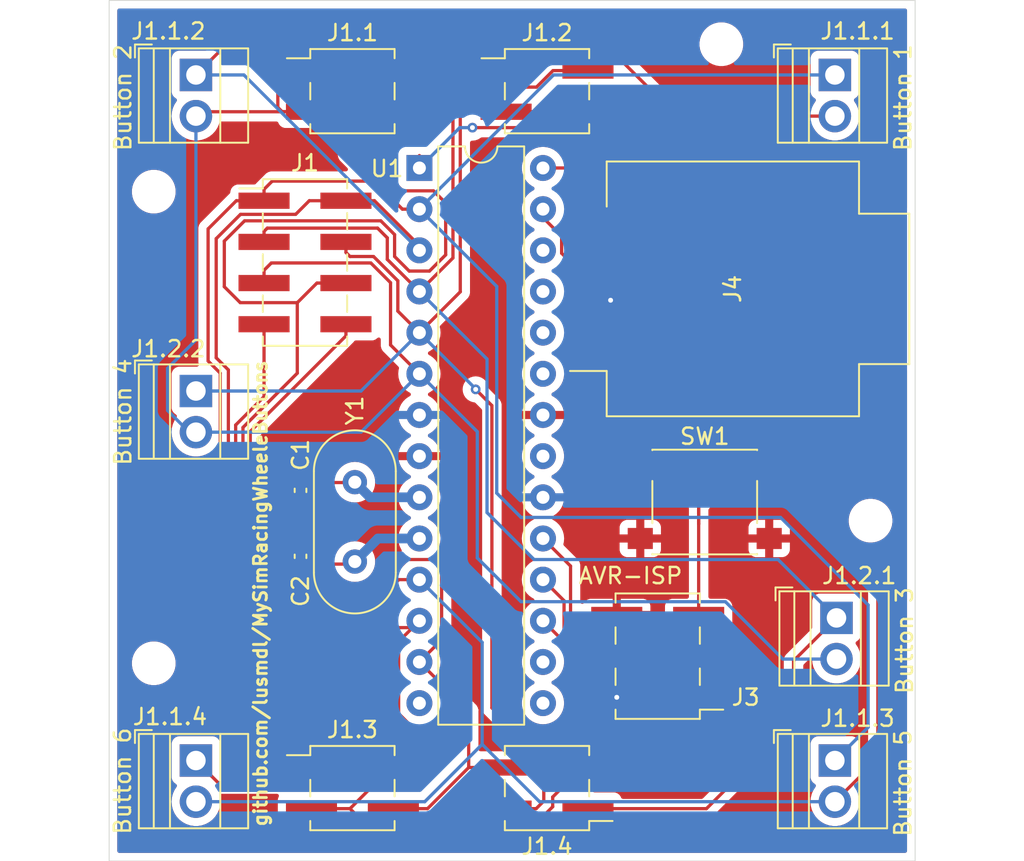
<source format=kicad_pcb>
(kicad_pcb (version 20240108) (generator "pcbnew") (generator_version "8.0")
  (layers (0 "F.Cu" signal) (31 "B.Cu" signal) (34 "B.Paste" user) (35 "F.Paste" user) (36 "B.SilkS" user "B.Silkscreen") (37 "F.SilkS" user "F.Silkscreen") (38 "B.Mask" user) (39 "F.Mask" user) (44 "Edge.Cuts" user))
  (net 0 "")
  (net 5 "+5V")
  (net 6 "/XTAL1")
  (net 7 "/XTAL2")
  (net 8 "/MOSI")
  (net 9 "/RESET")
  (net 11 "/SCK")
  (net 13 "/MISO")
  (net 16 "/L3")
  (net 17 "/L1")
  (net 18 "/L2")
  (net 19 "/R4")
  (net 20 "/R1")
  (net 21 "/R3")
  (net 22 "/R2")
  (net 23 "/L4")
  (net 24 "GND")
  (net 25 "/SDA")
  (net 26 "/SCL")
  (footprint "TerminalBlock:TerminalBlock_Xinya_XY308-2.54-2P_1x02_P2.54mm_Horizontal" (layer "F.Cu") (at 254.75 89.3 -90)
    (property "Reference" "J1.1.3" (at -2.6 -1.4 0) (layer "F.SilkS"))
    (property "Value" "Button 5" (at 1.4 -4.2 90) (layer "F.SilkS"))
    (fp_line (start -1.88 3.76) (end -1.08 3.76) (stroke (width 0.12)) (layer "F.SilkS"))
    (fp_line (start -1.64 3.52) (end 4.18 3.52) (stroke (width 0.12)) (layer "F.SilkS"))
    (fp_line (start -1.88 2.72) (end -1.88 3.76) (stroke (width 0.12)) (layer "F.SilkS"))
    (fp_line (start -1.64 2.6) (end 4.18 2.6) (stroke (width 0.12)) (layer "F.SilkS"))
    (fp_line (start -1.64 1.6) (end 4.18 1.6) (stroke (width 0.12)) (layer "F.SilkS"))
    (fp_line (start -1.64 -1.501) (end 4.18 -1.501) (stroke (width 0.12)) (layer "F.SilkS"))
    (fp_line (start -1.64 -3.22) (end -1.64 3.52) (stroke (width 0.12)) (layer "F.SilkS"))
    (fp_line (start -1.64 -3.22) (end 4.18 -3.22) (stroke (width 0.12)) (layer "F.SilkS"))
    (fp_line (start 4.18 -3.22) (end 4.18 3.52) (stroke (width 0.12)) (layer "F.SilkS"))
    (pad "1" thru_hole rect (at 0 0 270) (size 2 2) (drill 1.2) (layers "*.Cu" "*.Mask") (net 17 "/L1"))
    (pad "2" thru_hole circle (at 2.54 0 270) (size 2 2) (drill 1.2) (layers "*.Cu" "*.Mask") (net 22 "/R2"))
  )
  (footprint "TerminalBlock:TerminalBlock_Xinya_XY308-2.54-2P_1x02_P2.54mm_Horizontal" (layer "F.Cu") (at 254.75 47 -90)
    (property "Reference" "J1.1.1" (at -2.7 -1.4 0) (layer "F.SilkS"))
    (property "Value" "Button 1" (at 1.4 -4.2 90) (layer "F.SilkS"))
    (fp_line (start -1.88 3.76) (end -1.08 3.76) (stroke (width 0.12)) (layer "F.SilkS"))
    (fp_line (start -1.64 3.52) (end 4.18 3.52) (stroke (width 0.12)) (layer "F.SilkS"))
    (fp_line (start -1.88 2.72) (end -1.88 3.76) (stroke (width 0.12)) (layer "F.SilkS"))
    (fp_line (start -1.64 2.6) (end 4.18 2.6) (stroke (width 0.12)) (layer "F.SilkS"))
    (fp_line (start -1.64 1.6) (end 4.18 1.6) (stroke (width 0.12)) (layer "F.SilkS"))
    (fp_line (start -1.64 -1.501) (end 4.18 -1.501) (stroke (width 0.12)) (layer "F.SilkS"))
    (fp_line (start -1.64 -3.22) (end -1.64 3.52) (stroke (width 0.12)) (layer "F.SilkS"))
    (fp_line (start -1.64 -3.22) (end 4.18 -3.22) (stroke (width 0.12)) (layer "F.SilkS"))
    (fp_line (start 4.18 -3.22) (end 4.18 3.52) (stroke (width 0.12)) (layer "F.SilkS"))
    (pad "1" thru_hole rect (at 0 0 270) (size 2 2) (drill 1.2) (layers "*.Cu" "*.Mask") (net 17 "/L1"))
    (pad "2" thru_hole circle (at 2.54 0 270) (size 2 2) (drill 1.2) (layers "*.Cu" "*.Mask") (net 20 "/R1"))
  )
  (footprint "Connector_PinHeader_2.54mm:PinHeader_2x02_P2.54mm_Vertical_SMD" (layer "F.Cu") (at 225 91)
    (property "Reference" "J1.3" (at 0 -3.6 0) (layer "F.SilkS"))
    (property "Value" "2X2 Button Matrix C")
    (fp_line (start -4.04 -2.03) (end -2.6 -2.03) (stroke (width 0.12)) (layer "F.SilkS"))
    (fp_line (start -2.6 -2.6) (end -2.6 -2.03) (stroke (width 0.12)) (layer "F.SilkS"))
    (fp_line (start -2.6 -2.6) (end 2.6 -2.6) (stroke (width 0.12)) (layer "F.SilkS"))
    (fp_line (start -2.6 -0.51) (end -2.6 0.51) (stroke (width 0.12)) (layer "F.SilkS"))
    (fp_line (start -2.6 2.03) (end -2.6 2.6) (stroke (width 0.12)) (layer "F.SilkS"))
    (fp_line (start -2.6 2.6) (end 2.6 2.6) (stroke (width 0.12)) (layer "F.SilkS"))
    (fp_line (start 2.6 -2.6) (end 2.6 -2.03) (stroke (width 0.12)) (layer "F.SilkS"))
    (fp_line (start 2.6 -0.51) (end 2.6 0.51) (stroke (width 0.12)) (layer "F.SilkS"))
    (fp_line (start 2.6 2.03) (end 2.6 2.6) (stroke (width 0.12)) (layer "F.SilkS"))
    (pad "1" smd rect (at -2.525 -1.27) (size 3.15 1) (layers "F.Cu" "F.Paste" "F.Mask") (net 17 "/L1"))
    (pad "2" smd rect (at 2.525 -1.27) (size 3.15 1) (layers "F.Cu" "F.Paste" "F.Mask") (net 18 "/L2"))
    (pad "3" smd rect (at -2.525 1.27) (size 3.15 1) (layers "F.Cu" "F.Paste" "F.Mask") (net 21 "/R3"))
    (pad "4" smd rect (at 2.525 1.27) (size 3.15 1) (layers "F.Cu" "F.Paste" "F.Mask") (net 19 "/R4"))
  )
  (footprint "Capacitor_SMD:C_0402_1005Metric" (layer "F.Cu") (at 221.8 76.7 90)
    (property "Reference" "C2" (at -2.15 0 90) (layer "F.SilkS"))
    (property "Value" "12..22")
    (fp_line (start -0.107836 -0.36) (end 0.107836 -0.36) (stroke (width 0.12)) (layer "F.SilkS"))
    (fp_line (start -0.107836 0.36) (end 0.107836 0.36) (stroke (width 0.12)) (layer "F.SilkS"))
    (pad "1" smd roundrect (at -0.48 0 90) (size 0.56 0.62) (layers "F.Cu" "F.Paste" "F.Mask") (net 7 "/XTAL2"))
    (pad "2" smd roundrect (at 0.48 0 90) (size 0.56 0.62) (layers "F.Cu" "F.Paste" "F.Mask") (net 24 "GND"))
  )
  (footprint "MountingHole:MountingHole_2.2mm_M2" (layer "F.Cu") (at 256.95 74.5)
    (property "Reference" "REF**" (hide yes))
    (property "Value" "MountingHole_2.2mm_M2")
    (pad "" np_thru_hole circle (at 0 0) (size 2.2 2.2) (drill 2.2) (layers "*.Cu" "*.Mask"))
  )
  (footprint "MountingHole:MountingHole_2.2mm_M2" (layer "F.Cu") (at 212.75 54.2)
    (property "Reference" "REF**" (hide yes))
    (property "Value" "MountingHole_2.2mm_M2")
    (pad "" np_thru_hole circle (at 0 0) (size 2.2 2.2) (drill 2.2) (layers "*.Cu" "*.Mask"))
  )
  (footprint "MountingHole:MountingHole_2.2mm_M2" (layer "F.Cu") (at 212.75 83.3)
    (property "Reference" "REF**" (hide yes))
    (property "Value" "MountingHole_2.2mm_M2")
    (pad "" np_thru_hole circle (at 0 0) (size 2.2 2.2) (drill 2.2) (layers "*.Cu" "*.Mask"))
  )
  (footprint "TerminalBlock:TerminalBlock_Xinya_XY308-2.54-2P_1x02_P2.54mm_Horizontal" (layer "F.Cu") (at 215.35 47 -90)
    (property "Reference" "J1.1.2" (at -2.7 1.7 0) (layer "F.SilkS"))
    (property "Value" "Button 2" (at 1.4 4.5 90) (layer "F.SilkS"))
    (fp_line (start -1.88 3.76) (end -1.08 3.76) (stroke (width 0.12)) (layer "F.SilkS"))
    (fp_line (start -1.64 3.52) (end 4.18 3.52) (stroke (width 0.12)) (layer "F.SilkS"))
    (fp_line (start -1.88 2.72) (end -1.88 3.76) (stroke (width 0.12)) (layer "F.SilkS"))
    (fp_line (start -1.64 2.6) (end 4.18 2.6) (stroke (width 0.12)) (layer "F.SilkS"))
    (fp_line (start -1.64 1.6) (end 4.18 1.6) (stroke (width 0.12)) (layer "F.SilkS"))
    (fp_line (start -1.64 -1.501) (end 4.18 -1.501) (stroke (width 0.12)) (layer "F.SilkS"))
    (fp_line (start -1.64 -3.22) (end -1.64 3.52) (stroke (width 0.12)) (layer "F.SilkS"))
    (fp_line (start -1.64 -3.22) (end 4.18 -3.22) (stroke (width 0.12)) (layer "F.SilkS"))
    (fp_line (start 4.18 -3.22) (end 4.18 3.52) (stroke (width 0.12)) (layer "F.SilkS"))
    (pad "1" thru_hole rect (at 0 0 270) (size 2 2) (drill 1.2) (layers "*.Cu" "*.Mask") (net 18 "/L2"))
    (pad "2" thru_hole circle (at 2.54 0 270) (size 2 2) (drill 1.2) (layers "*.Cu" "*.Mask") (net 20 "/R1"))
  )
  (footprint "Capacitor_SMD:C_0402_1005Metric" (layer "F.Cu") (at 221.8 72.63 -90)
    (property "Reference" "C1" (at -2.18 0 90) (layer "F.SilkS"))
    (property "Value" "12..22")
    (fp_line (start -0.107836 0.36) (end 0.107836 0.36) (stroke (width 0.12)) (layer "F.SilkS"))
    (fp_line (start -0.107836 -0.36) (end 0.107836 -0.36) (stroke (width 0.12)) (layer "F.SilkS"))
    (pad "1" smd roundrect (at -0.48 0 270) (size 0.56 0.62) (layers "F.Cu" "F.Paste" "F.Mask") (net 6 "/XTAL1"))
    (pad "2" smd roundrect (at 0.48 0 270) (size 0.56 0.62) (layers "F.Cu" "F.Paste" "F.Mask") (net 24 "GND"))
  )
  (footprint "Connector_RJ:RJ45_Molex_0855135013_Vertical" (layer "F.Cu") (at 248.76 60.2 90)
    (property "Reference" "J4" (at 0 -0.31 90) (layer "F.SilkS"))
    (property "Value" "RJ45")
    (fp_line (start 7.86 -8.08) (end 5.08 -8.08) (stroke (width 0.12)) (layer "F.SilkS"))
    (fp_line (start -5.065 -8.08) (end -5.065 -10.34) (stroke (width 0.12)) (layer "F.SilkS"))
    (fp_line (start -7.86 -8.08) (end -5.065 -8.08) (stroke (width 0.12)) (layer "F.SilkS"))
    (fp_line (start -7.86 -8.08) (end -7.86 7.48) (stroke (width 0.12)) (layer "F.SilkS"))
    (fp_line (start 7.86 7.48) (end 7.86 -8.08) (stroke (width 0.12)) (layer "F.SilkS"))
    (fp_line (start 4.64 7.48) (end 7.86 7.48) (stroke (width 0.12)) (layer "F.SilkS"))
    (fp_line (start -4.64 7.48) (end -4.64 10.58) (stroke (width 0.12)) (layer "F.SilkS"))
    (fp_line (start -7.86 7.48) (end -4.64 7.48) (stroke (width 0.12)) (layer "F.SilkS"))
    (fp_line (start 4.64 10.58) (end 4.64 7.48) (stroke (width 0.12)) (layer "F.SilkS"))
    (fp_line (start -4.64 10.58) (end 4.64 10.58) (stroke (width 0.12)) (layer "F.SilkS"))
    (pad "1" smd rect (at -4.445 -7.84 270) (size 0.76 5) (layers "F.Cu" "F.Paste" "F.Mask") (net 24 "GND"))
    (pad "2" smd rect (at -3.175 -7.84 270) (size 0.76 5) (layers "F.Cu" "F.Paste" "F.Mask") (net 24 "GND"))
    (pad "3" smd rect (at -1.905 -7.84 270) (size 0.76 5) (layers "F.Cu" "F.Paste" "F.Mask") (net 5 "+5V"))
    (pad "4" smd rect (at -0.635 -7.84 270) (size 0.76 5) (layers "F.Cu" "F.Paste" "F.Mask") (net 5 "+5V"))
    (pad "5" smd rect (at 0.635 -7.84 270) (size 0.76 5) (layers "F.Cu" "F.Paste" "F.Mask") (net 25 "/SDA"))
    (pad "6" smd rect (at 1.905 -7.84 270) (size 0.76 5) (layers "F.Cu" "F.Paste" "F.Mask") (net 25 "/SDA"))
    (pad "7" smd rect (at 3.175 -7.84 270) (size 0.76 5) (layers "F.Cu" "F.Paste" "F.Mask") (net 26 "/SCL"))
    (pad "8" smd rect (at 4.445 -7.84 270) (size 0.76 5) (layers "F.Cu" "F.Paste" "F.Mask") (net 26 "/SCL"))
    (pad "L" smd rect (at 0 8.09 270) (size 8.8 4.5) (layers "F.Cu" "F.Paste" "F.Mask"))
  )
  (footprint "TerminalBlock:TerminalBlock_Xinya_XY308-2.54-2P_1x02_P2.54mm_Horizontal" (layer "F.Cu") (at 215.35 66.5 -90)
    (property "Reference" "J1.2.2" (at -2.6 1.7 0) (layer "F.SilkS"))
    (property "Value" "Button 4" (at 1.3 4.5 90) (layer "F.SilkS"))
    (fp_line (start -1.88 3.76) (end -1.08 3.76) (stroke (width 0.12)) (layer "F.SilkS"))
    (fp_line (start -1.64 3.52) (end 4.18 3.52) (stroke (width 0.12)) (layer "F.SilkS"))
    (fp_line (start -1.88 2.72) (end -1.88 3.76) (stroke (width 0.12)) (layer "F.SilkS"))
    (fp_line (start -1.64 2.6) (end 4.18 2.6) (stroke (width 0.12)) (layer "F.SilkS"))
    (fp_line (start -1.64 1.6) (end 4.18 1.6) (stroke (width 0.12)) (layer "F.SilkS"))
    (fp_line (start -1.64 -1.501) (end 4.18 -1.501) (stroke (width 0.12)) (layer "F.SilkS"))
    (fp_line (start -1.64 -3.22) (end -1.64 3.52) (stroke (width 0.12)) (layer "F.SilkS"))
    (fp_line (start -1.64 -3.22) (end 4.18 -3.22) (stroke (width 0.12)) (layer "F.SilkS"))
    (fp_line (start 4.18 -3.22) (end 4.18 3.52) (stroke (width 0.12)) (layer "F.SilkS"))
    (pad "1" thru_hole rect (at 0 0 270) (size 2 2) (drill 1.2) (layers "*.Cu" "*.Mask") (net 23 "/L4"))
    (pad "2" thru_hole circle (at 2.54 0 270) (size 2 2) (drill 1.2) (layers "*.Cu" "*.Mask") (net 20 "/R1"))
  )
  (footprint "Package_DIP:DIP-28_W7.62mm" (layer "F.Cu") (at 229.13 52.74)
    (property "Reference" "U1" (at -2 0.04 0) (layer "F.SilkS"))
    (property "Value" "ATmega328P-P")
    (fp_line (start 1.16 -1.33) (end 1.16 34.35) (stroke (width 0.12)) (layer "F.SilkS"))
    (fp_line (start 1.16 34.35) (end 6.46 34.35) (stroke (width 0.12)) (layer "F.SilkS"))
    (fp_line (start 2.81 -1.33) (end 1.16 -1.33) (stroke (width 0.12)) (layer "F.SilkS"))
    (fp_line (start 6.46 -1.33) (end 4.81 -1.33) (stroke (width 0.12)) (layer "F.SilkS"))
    (fp_line (start 6.46 34.35) (end 6.46 -1.33) (stroke (width 0.12)) (layer "F.SilkS"))
    (fp_arc (start 4.81 -1.33) (mid 3.81 -0.33) (end 2.81 -1.33) (stroke (width 0.12)) (layer "F.SilkS"))
    (pad "1" thru_hole rect (at 0 0) (size 1.6 1.6) (drill 0.8) (layers "*.Cu" "*.Mask") (net 9 "/RESET"))
    (pad "2" thru_hole oval (at 0 2.54) (size 1.6 1.6) (drill 0.8) (layers "*.Cu" "*.Mask") (net 17 "/L1"))
    (pad "3" thru_hole oval (at 0 5.08) (size 1.6 1.6) (drill 0.8) (layers "*.Cu" "*.Mask") (net 18 "/L2"))
    (pad "4" thru_hole oval (at 0 7.62) (size 1.6 1.6) (drill 0.8) (layers "*.Cu" "*.Mask") (net 16 "/L3"))
    (pad "5" thru_hole oval (at 0 10.16) (size 1.6 1.6) (drill 0.8) (layers "*.Cu" "*.Mask") (net 23 "/L4"))
    (pad "6" thru_hole oval (at 0 12.7) (size 1.6 1.6) (drill 0.8) (layers "*.Cu" "*.Mask") (net 20 "/R1"))
    (pad "7" thru_hole oval (at 0 15.24) (size 1.6 1.6) (drill 0.8) (layers "*.Cu" "*.Mask") (net 5 "+5V"))
    (pad "8" thru_hole oval (at 0 17.78) (size 1.6 1.6) (drill 0.8) (layers "*.Cu" "*.Mask") (net 24 "GND"))
    (pad "9" thru_hole oval (at 0 20.32) (size 1.6 1.6) (drill 0.8) (layers "*.Cu" "*.Mask") (net 6 "/XTAL1"))
    (pad "10" thru_hole oval (at 0 22.86) (size 1.6 1.6) (drill 0.8) (layers "*.Cu" "*.Mask") (net 7 "/XTAL2"))
    (pad "11" thru_hole oval (at 0 25.4) (size 1.6 1.6) (drill 0.8) (layers "*.Cu" "*.Mask") (net 22 "/R2"))
    (pad "12" thru_hole oval (at 0 27.94) (size 1.6 1.6) (drill 0.8) (layers "*.Cu" "*.Mask") (net 21 "/R3"))
    (pad "13" thru_hole oval (at 0 30.48) (size 1.6 1.6) (drill 0.8) (layers "*.Cu" "*.Mask") (net 19 "/R4"))
    (pad "14" thru_hole oval (at 0 33.02) (size 1.6 1.6) (drill 0.8) (layers "*.Cu" "*.Mask"))
    (pad "15" thru_hole oval (at 7.62 33.02) (size 1.6 1.6) (drill 0.8) (layers "*.Cu" "*.Mask"))
    (pad "16" thru_hole oval (at 7.62 30.48) (size 1.6 1.6) (drill 0.8) (layers "*.Cu" "*.Mask"))
    (pad "17" thru_hole oval (at 7.62 27.94) (size 1.6 1.6) (drill 0.8) (layers "*.Cu" "*.Mask") (net 8 "/MOSI"))
    (pad "18" thru_hole oval (at 7.62 25.4) (size 1.6 1.6) (drill 0.8) (layers "*.Cu" "*.Mask") (net 13 "/MISO"))
    (pad "19" thru_hole oval (at 7.62 22.86) (size 1.6 1.6) (drill 0.8) (layers "*.Cu" "*.Mask") (net 11 "/SCK"))
    (pad "20" thru_hole oval (at 7.62 20.32) (size 1.6 1.6) (drill 0.8) (layers "*.Cu" "*.Mask") (net 5 "+5V"))
    (pad "21" thru_hole oval (at 7.62 17.78) (size 1.6 1.6) (drill 0.8) (layers "*.Cu" "*.Mask"))
    (pad "22" thru_hole oval (at 7.62 15.24) (size 1.6 1.6) (drill 0.8) (layers "*.Cu" "*.Mask") (net 24 "GND"))
    (pad "23" thru_hole oval (at 7.62 12.7) (size 1.6 1.6) (drill 0.8) (layers "*.Cu" "*.Mask"))
    (pad "24" thru_hole oval (at 7.62 10.16) (size 1.6 1.6) (drill 0.8) (layers "*.Cu" "*.Mask"))
    (pad "25" thru_hole oval (at 7.62 7.62) (size 1.6 1.6) (drill 0.8) (layers "*.Cu" "*.Mask"))
    (pad "26" thru_hole oval (at 7.62 5.08) (size 1.6 1.6) (drill 0.8) (layers "*.Cu" "*.Mask"))
    (pad "27" thru_hole oval (at 7.62 2.54) (size 1.6 1.6) (drill 0.8) (layers "*.Cu" "*.Mask") (net 25 "/SDA"))
    (pad "28" thru_hole oval (at 7.62 0) (size 1.6 1.6) (drill 0.8) (layers "*.Cu" "*.Mask") (net 26 "/SCL"))
  )
  (footprint "Connector_PinHeader_2.54mm:PinHeader_2x03_P2.54mm_Vertical_SMD" (layer "F.Cu") (at 243.825 82.86 180)
    (property "Reference" "J3" (at -5.425 -2.54 180) (layer "F.SilkS"))
    (property "Value" "AVR-ISP" (at 1.675 4.96 180) (layer "F.SilkS"))
    (fp_line (start 2.6 3.3) (end 2.6 3.87) (stroke (width 0.12)) (layer "F.SilkS"))
    (fp_line (start 2.6 0.76) (end 2.6 1.78) (stroke (width 0.12)) (layer "F.SilkS"))
    (fp_line (start 2.6 -1.78) (end 2.6 -0.76) (stroke (width 0.12)) (layer "F.SilkS"))
    (fp_line (start 2.6 -3.87) (end 2.6 -3.3) (stroke (width 0.12)) (layer "F.SilkS"))
    (fp_line (start -2.6 3.87) (end 2.6 3.87) (stroke (width 0.12)) (layer "F.SilkS"))
    (fp_line (start -2.6 3.3) (end -2.6 3.87) (stroke (width 0.12)) (layer "F.SilkS"))
    (fp_line (start -2.6 0.76) (end -2.6 1.78) (stroke (width 0.12)) (layer "F.SilkS"))
    (fp_line (start -2.6 -1.78) (end -2.6 -0.76) (stroke (width 0.12)) (layer "F.SilkS"))
    (fp_line (start -2.6 -3.87) (end 2.6 -3.87) (stroke (width 0.12)) (layer "F.SilkS"))
    (fp_line (start -2.6 -3.87) (end -2.6 -3.3) (stroke (width 0.12)) (layer "F.SilkS"))
    (fp_line (start -4.04 -3.3) (end -2.6 -3.3) (stroke (width 0.12)) (layer "F.SilkS"))
    (pad "1" smd rect (at -2.525 -2.54 180) (size 3.15 1) (layers "F.Cu" "F.Paste" "F.Mask") (net 13 "/MISO"))
    (pad "2" smd rect (at 2.525 -2.54 180) (size 3.15 1) (layers "F.Cu" "F.Paste" "F.Mask") (net 5 "+5V"))
    (pad "3" smd rect (at -2.525 0 180) (size 3.15 1) (layers "F.Cu" "F.Paste" "F.Mask") (net 11 "/SCK"))
    (pad "4" smd rect (at 2.525 0 180) (size 3.15 1) (layers "F.Cu" "F.Paste" "F.Mask") (net 8 "/MOSI"))
    (pad "5" smd rect (at -2.525 2.54 180) (size 3.15 1) (layers "F.Cu" "F.Paste" "F.Mask") (net 9 "/RESET"))
    (pad "6" smd rect (at 2.525 2.54 180) (size 3.15 1) (layers "F.Cu" "F.Paste" "F.Mask") (net 24 "GND"))
  )
  (footprint "MountingHole:MountingHole_2.2mm_M2" (layer "F.Cu") (at 247.75 45.1)
    (property "Reference" "REF**" (hide yes))
    (property "Value" "MountingHole_2.2mm_M2")
    (pad "" np_thru_hole circle (at 0 0) (size 2.2 2.2) (drill 2.2) (layers "*.Cu" "*.Mask"))
  )
  (footprint "Connector_PinHeader_2.54mm:PinHeader_2x02_P2.54mm_Vertical_SMD" (layer "F.Cu") (at 237 48)
    (property "Reference" "J1.2" (at 0 -3.6 0) (layer "F.SilkS"))
    (property "Value" "2X2 Button Matrix B")
    (fp_line (start -4.04 -2.03) (end -2.6 -2.03) (stroke (width 0.12)) (layer "F.SilkS"))
    (fp_line (start -2.6 -2.6) (end -2.6 -2.03) (stroke (width 0.12)) (layer "F.SilkS"))
    (fp_line (start -2.6 -2.6) (end 2.6 -2.6) (stroke (width 0.12)) (layer "F.SilkS"))
    (fp_line (start -2.6 -0.51) (end -2.6 0.51) (stroke (width 0.12)) (layer "F.SilkS"))
    (fp_line (start -2.6 2.03) (end -2.6 2.6) (stroke (width 0.12)) (layer "F.SilkS"))
    (fp_line (start -2.6 2.6) (end 2.6 2.6) (stroke (width 0.12)) (layer "F.SilkS"))
    (fp_line (start 2.6 -2.6) (end 2.6 -2.03) (stroke (width 0.12)) (layer "F.SilkS"))
    (fp_line (start 2.6 -0.51) (end 2.6 0.51) (stroke (width 0.12)) (layer "F.SilkS"))
    (fp_line (start 2.6 2.03) (end 2.6 2.6) (stroke (width 0.12)) (layer "F.SilkS"))
    (pad "1" smd rect (at -2.525 -1.27) (size 3.15 1) (layers "F.Cu" "F.Paste" "F.Mask") (net 16 "/L3"))
    (pad "2" smd rect (at 2.525 -1.27) (size 3.15 1) (layers "F.Cu" "F.Paste" "F.Mask") (net 23 "/L4"))
    (pad "3" smd rect (at -2.525 1.27) (size 3.15 1) (layers "F.Cu" "F.Paste" "F.Mask") (net 20 "/R1"))
    (pad "4" smd rect (at 2.525 1.27) (size 3.15 1) (layers "F.Cu" "F.Paste" "F.Mask") (net 22 "/R2"))
  )
  (footprint "Crystal:Crystal_HC18-U_Vertical" (layer "F.Cu") (at 225.15 72.125 -90)
    (property "Reference" "Y1" (at -4.425 0 -90) (layer "F.SilkS"))
    (property "Value" "Crystal")
    (fp_line (start -0.675 2.525) (end 5.575 2.525) (stroke (width 0.12)) (layer "F.SilkS"))
    (fp_line (start -0.675 -2.525) (end 5.575 -2.525) (stroke (width 0.12)) (layer "F.SilkS"))
    (fp_arc (start -0.675 2.525) (mid -3.2 0) (end -0.675 -2.525) (stroke (width 0.12)) (layer "F.SilkS"))
    (fp_arc (start 5.575 -2.525) (mid 8.1 0) (end 5.575 2.525) (stroke (width 0.12)) (layer "F.SilkS"))
    (pad "1" thru_hole circle (at 0 0 270) (size 1.5 1.5) (drill 0.8) (layers "*.Cu" "*.Mask") (net 6 "/XTAL1"))
    (pad "2" thru_hole circle (at 4.9 0 270) (size 1.5 1.5) (drill 0.8) (layers "*.Cu" "*.Mask") (net 7 "/XTAL2"))
  )
  (footprint "TerminalBlock:TerminalBlock_Xinya_XY308-2.54-2P_1x02_P2.54mm_Horizontal" (layer "F.Cu") (at 254.85 80.5 -90)
    (property "Reference" "J1.2.1" (at -2.6 -1.4 0) (layer "F.SilkS"))
    (property "Value" "Button 3" (at 1.4 -4.2 90) (layer "F.SilkS"))
    (fp_line (start -1.88 3.76) (end -1.08 3.76) (stroke (width 0.12)) (layer "F.SilkS"))
    (fp_line (start -1.64 3.52) (end 4.18 3.52) (stroke (width 0.12)) (layer "F.SilkS"))
    (fp_line (start -1.88 2.72) (end -1.88 3.76) (stroke (width 0.12)) (layer "F.SilkS"))
    (fp_line (start -1.64 2.6) (end 4.18 2.6) (stroke (width 0.12)) (layer "F.SilkS"))
    (fp_line (start -1.64 1.6) (end 4.18 1.6) (stroke (width 0.12)) (layer "F.SilkS"))
    (fp_line (start -1.64 -1.501) (end 4.18 -1.501) (stroke (width 0.12)) (layer "F.SilkS"))
    (fp_line (start -1.64 -3.22) (end -1.64 3.52) (stroke (width 0.12)) (layer "F.SilkS"))
    (fp_line (start -1.64 -3.22) (end 4.18 -3.22) (stroke (width 0.12)) (layer "F.SilkS"))
    (fp_line (start 4.18 -3.22) (end 4.18 3.52) (stroke (width 0.12)) (layer "F.SilkS"))
    (pad "1" thru_hole rect (at 0 0 270) (size 2 2) (drill 1.2) (layers "*.Cu" "*.Mask") (net 16 "/L3"))
    (pad "2" thru_hole circle (at 2.54 0 270) (size 2 2) (drill 1.2) (layers "*.Cu" "*.Mask") (net 20 "/R1"))
  )
  (footprint "Connector_PinHeader_2.54mm:PinHeader_2x02_P2.54mm_Vertical_SMD" (layer "F.Cu") (at 237 91 180)
    (property "Reference" "J1.4" (at 0 -3.6 360) (layer "F.SilkS"))
    (property "Value" "2X2 Button Matrix D")
    (fp_line (start 2.6 2.03) (end 2.6 2.6) (stroke (width 0.12)) (layer "F.SilkS"))
    (fp_line (start 2.6 -0.51) (end 2.6 0.51) (stroke (width 0.12)) (layer "F.SilkS"))
    (fp_line (start 2.6 -2.6) (end 2.6 -2.03) (stroke (width 0.12)) (layer "F.SilkS"))
    (fp_line (start -2.6 2.6) (end 2.6 2.6) (stroke (width 0.12)) (layer "F.SilkS"))
    (fp_line (start -2.6 2.03) (end -2.6 2.6) (stroke (width 0.12)) (layer "F.SilkS"))
    (fp_line (start -2.6 -0.51) (end -2.6 0.51) (stroke (width 0.12)) (layer "F.SilkS"))
    (fp_line (start -2.6 -2.6) (end 2.6 -2.6) (stroke (width 0.12)) (layer "F.SilkS"))
    (fp_line (start -2.6 -2.6) (end -2.6 -2.03) (stroke (width 0.12)) (layer "F.SilkS"))
    (fp_line (start -4.04 -2.03) (end -2.6 -2.03) (stroke (width 0.12)) (layer "F.SilkS"))
    (pad "1" smd rect (at -2.525 -1.27 180) (size 3.15 1) (layers "F.Cu" "F.Paste" "F.Mask") (net 16 "/L3"))
    (pad "2" smd rect (at 2.525 -1.27 180) (size 3.15 1) (layers "F.Cu" "F.Paste" "F.Mask") (net 23 "/L4"))
    (pad "3" smd rect (at -2.525 1.27 180) (size 3.15 1) (layers "F.Cu" "F.Paste" "F.Mask") (net 21 "/R3"))
    (pad "4" smd rect (at 2.525 1.27 180) (size 3.15 1) (layers "F.Cu" "F.Paste" "F.Mask") (net 19 "/R4"))
  )
  (footprint "Button_Switch_SMD:SW_Push_1P1T_NO_6x6mm_H9.5mm" (layer "F.Cu") (at 246.725 73.35)
    (property "Reference" "SW1" (at 0 -4.05 0) (layer "F.SilkS"))
    (property "Value" "Reset")
    (fp_line (start -3.23 -3.23) (end 3.23 -3.23) (stroke (width 0.12)) (layer "F.SilkS"))
    (fp_line (start -3.23 -3.2) (end -3.23 -3.23) (stroke (width 0.12)) (layer "F.SilkS"))
    (fp_line (start -3.23 -1.3) (end -3.23 1.3) (stroke (width 0.12)) (layer "F.SilkS"))
    (fp_line (start -3.23 3.23) (end -3.23 3.2) (stroke (width 0.12)) (layer "F.SilkS"))
    (fp_line (start -3.23 3.23) (end 3.23 3.23) (stroke (width 0.12)) (layer "F.SilkS"))
    (fp_line (start 3.23 -3.23) (end 3.23 -3.2) (stroke (width 0.12)) (layer "F.SilkS"))
    (fp_line (start 3.23 -1.3) (end 3.23 1.3) (stroke (width 0.12)) (layer "F.SilkS"))
    (fp_line (start 3.23 3.23) (end 3.23 3.2) (stroke (width 0.12)) (layer "F.SilkS"))
    (pad "1" smd rect (at -3.975 -2.25) (size 1.55 1.3) (layers "F.Cu" "F.Paste" "F.Mask") (net 9 "/RESET"))
    (pad "1" smd rect (at 3.975 -2.25) (size 1.55 1.3) (layers "F.Cu" "F.Paste" "F.Mask") (net 9 "/RESET"))
    (pad "2" smd rect (at -3.975 2.25) (size 1.55 1.3) (layers "F.Cu" "F.Paste" "F.Mask") (net 24 "GND"))
    (pad "2" smd rect (at 3.975 2.25) (size 1.55 1.3) (layers "F.Cu" "F.Paste" "F.Mask") (net 24 "GND"))
  )
  (footprint "Connector_PinHeader_2.54mm:PinHeader_2x04_P2.54mm_Vertical_SMD" (layer "F.Cu") (at 222.075 58.57)
    (property "Reference" "J1" (at 0 -6.14 0) (layer "F.SilkS"))
    (property "Value" "4X4 Button Matrix")
    (fp_line (start -4.04 -4.57) (end -2.6 -4.57) (stroke (width 0.12)) (layer "F.SilkS"))
    (fp_line (start -2.6 -5.14) (end -2.6 -4.57) (stroke (width 0.12)) (layer "F.SilkS"))
    (fp_line (start -2.6 -5.14) (end 2.6 -5.14) (stroke (width 0.12)) (layer "F.SilkS"))
    (fp_line (start -2.6 -3.05) (end -2.6 -2.03) (stroke (width 0.12)) (layer "F.SilkS"))
    (fp_line (start -2.6 -0.51) (end -2.6 0.51) (stroke (width 0.12)) (layer "F.SilkS"))
    (fp_line (start -2.6 2.03) (end -2.6 3.05) (stroke (width 0.12)) (layer "F.SilkS"))
    (fp_line (start -2.6 4.57) (end -2.6 5.14) (stroke (width 0.12)) (layer "F.SilkS"))
    (fp_line (start -2.6 5.14) (end 2.6 5.14) (stroke (width 0.12)) (layer "F.SilkS"))
    (fp_line (start 2.6 -5.14) (end 2.6 -4.57) (stroke (width 0.12)) (layer "F.SilkS"))
    (fp_line (start 2.6 -3.05) (end 2.6 -2.03) (stroke (width 0.12)) (layer "F.SilkS"))
    (fp_line (start 2.6 -0.51) (end 2.6 0.51) (stroke (width 0.12)) (layer "F.SilkS"))
    (fp_line (start 2.6 2.03) (end 2.6 3.05) (stroke (width 0.12)) (layer "F.SilkS"))
    (fp_line (start 2.6 4.57) (end 2.6 5.14) (stroke (width 0.12)) (layer "F.SilkS"))
    (pad "1" smd rect (at -2.525 -3.81) (size 3.15 1) (layers "F.Cu" "F.Paste" "F.Mask") (net 17 "/L1"))
    (pad "2" smd rect (at 2.525 -3.81) (size 3.15 1) (layers "F.Cu" "F.Paste" "F.Mask") (net 18 "/L2"))
    (pad "3" smd rect (at -2.525 -1.27) (size 3.15 1) (layers "F.Cu" "F.Paste" "F.Mask") (net 16 "/L3"))
    (pad "4" smd rect (at 2.525 -1.27) (size 3.15 1) (layers "F.Cu" "F.Paste" "F.Mask") (net 23 "/L4"))
    (pad "5" smd rect (at -2.525 1.27) (size 3.15 1) (layers "F.Cu" "F.Paste" "F.Mask") (net 20 "/R1"))
    (pad "6" smd rect (at 2.525 1.27) (size 3.15 1) (layers "F.Cu" "F.Paste" "F.Mask") (net 22 "/R2"))
    (pad "7" smd rect (at -2.525 3.81) (size 3.15 1) (layers "F.Cu" "F.Paste" "F.Mask") (net 21 "/R3"))
    (pad "8" smd rect (at 2.525 3.81) (size 3.15 1) (layers "F.Cu" "F.Paste" "F.Mask") (net 19 "/R4"))
  )
  (footprint "TerminalBlock:TerminalBlock_Xinya_XY308-2.54-2P_1x02_P2.54mm_Horizontal" (layer "F.Cu") (at 215.35 89.3 -90)
    (property "Reference" "J1.1.4" (at -2.7 1.6 0) (layer "F.SilkS"))
    (property "Value" "Button 6" (at 1.27 4.52 90) (layer "F.SilkS"))
    (fp_line (start -1.88 3.76) (end -1.08 3.76) (stroke (width 0.12)) (layer "F.SilkS"))
    (fp_line (start -1.64 3.52) (end 4.18 3.52) (stroke (width 0.12)) (layer "F.SilkS"))
    (fp_line (start -1.88 2.72) (end -1.88 3.76) (stroke (width 0.12)) (layer "F.SilkS"))
    (fp_line (start -1.64 2.6) (end 4.18 2.6) (stroke (width 0.12)) (layer "F.SilkS"))
    (fp_line (start -1.64 1.6) (end 4.18 1.6) (stroke (width 0.12)) (layer "F.SilkS"))
    (fp_line (start -1.64 -1.501) (end 4.18 -1.501) (stroke (width 0.12)) (layer "F.SilkS"))
    (fp_line (start -1.64 -3.22) (end -1.64 3.52) (stroke (width 0.12)) (layer "F.SilkS"))
    (fp_line (start -1.64 -3.22) (end 4.18 -3.22) (stroke (width 0.12)) (layer "F.SilkS"))
    (fp_line (start 4.18 -3.22) (end 4.18 3.52) (stroke (width 0.12)) (layer "F.SilkS"))
    (pad "1" thru_hole rect (at 0 0 270) (size 2 2) (drill 1.2) (layers "*.Cu" "*.Mask") (net 18 "/L2"))
    (pad "2" thru_hole circle (at 2.54 0 270) (size 2 2) (drill 1.2) (layers "*.Cu" "*.Mask") (net 22 "/R2"))
  )
  (footprint "Connector_PinHeader_2.54mm:PinHeader_2x02_P2.54mm_Vertical_SMD" (layer "F.Cu") (at 225 48)
    (property "Reference" "J1.1" (at 0 -3.6 0) (layer "F.SilkS"))
    (property "Value" "2X2 Button Matrix A")
    (fp_line (start -4.04 -2.03) (end -2.6 -2.03) (stroke (width 0.12)) (layer "F.SilkS"))
    (fp_line (start -2.6 -2.6) (end -2.6 -2.03) (stroke (width 0.12)) (layer "F.SilkS"))
    (fp_line (start -2.6 -2.6) (end 2.6 -2.6) (stroke (width 0.12)) (layer "F.SilkS"))
    (fp_line (start -2.6 -0.51) (end -2.6 0.51) (stroke (width 0.12)) (layer "F.SilkS"))
    (fp_line (start -2.6 2.03) (end -2.6 2.6) (stroke (width 0.12)) (layer "F.SilkS"))
    (fp_line (start -2.6 2.6) (end 2.6 2.6) (stroke (width 0.12)) (layer "F.SilkS"))
    (fp_line (start 2.6 -2.6) (end 2.6 -2.03) (stroke (width 0.12)) (layer "F.SilkS"))
    (fp_line (start 2.6 -0.51) (end 2.6 0.51) (stroke (width 0.12)) (layer "F.SilkS"))
    (fp_line (start 2.6 2.03) (end 2.6 2.6) (stroke (width 0.12)) (layer "F.SilkS"))
    (pad "1" smd rect (at -2.525 -1.27) (size 3.15 1) (layers "F.Cu" "F.Paste" "F.Mask") (net 17 "/L1"))
    (pad "2" smd rect (at 2.525 -1.27) (size 3.15 1) (layers "F.Cu" "F.Paste" "F.Mask") (net 18 "/L2"))
    (pad "3" smd rect (at -2.525 1.27) (size 3.15 1) (layers "F.Cu" "F.Paste" "F.Mask") (net 20 "/R1"))
    (pad "4" smd rect (at 2.525 1.27) (size 3.15 1) (layers "F.Cu" "F.Paste" "F.Mask") (net 22 "/R2"))
  )
  (gr_rect (start 210 42.4) (end 259.7 95.5) (stroke (width 0.05)) (fill none) (layer "Edge.Cuts"))
  (gr_text "github.com/lusmdl/MySimRacingWheeleButtons" (at 219.8 93.45 90) (layer "F.SilkS") (effects (font (size 0.8 0.8) (thickness 0.175) (bold yes)) (justify left bottom)))
  (segment (start 240.92 60.9) (end 240.92 60.835) (width 0.4) (layer "F.Cu") (net 5))
  (segment (start 240.92 62.105) (end 240.92 60.9) (width 0.4) (layer "F.Cu") (net 5))
  (via (at 240.92 60.9) (size 0.6) (drill 0.3) (layers "F.Cu" "B.Cu") (net 5))
  (via (at 241.3 85.4) (size 0.6) (drill 0.3) (layers "F.Cu" "B.Cu") (net 5))
  (segment (start 225.125 72.15) (end 225.15 72.125) (width 0.2) (layer "F.Cu") (net 6))
  (segment (start 221.8 72.15) (end 225.125 72.15) (width 0.2) (layer "F.Cu") (net 6))
  (segment (start 226.085 73.06) (end 225.15 72.125) (width 0.6) (layer "B.Cu") (net 6))
  (segment (start 229.13 73.06) (end 226.085 73.06) (width 0.6) (layer "B.Cu") (net 6))
  (segment (start 224.995 77.18) (end 225.15 77.025) (width 0.2) (layer "F.Cu") (net 7))
  (segment (start 221.8 77.18) (end 224.995 77.18) (width 0.2) (layer "F.Cu") (net 7))
  (segment (start 229.13 75.6) (end 226.575 75.6) (width 0.6) (layer "B.Cu") (net 7))
  (segment (start 226.575 75.6) (end 225.15 77.025) (width 0.6) (layer "B.Cu") (net 7))
  (segment (start 238.93 82.86) (end 236.75 80.68) (width 0.2) (layer "F.Cu") (net 8))
  (segment (start 241.3 82.86) (end 238.93 82.86) (width 0.2) (layer "F.Cu") (net 8))
  (segment (start 246.35 74.7) (end 246.35 73.45) (width 0.2) (layer "F.Cu") (net 9))
  (segment (start 250.7 56.95) (end 250.7 71.1) (width 0.2) (layer "F.Cu") (net 9))
  (segment (start 244 50.25) (end 250.7 56.95) (width 0.2) (layer "F.Cu") (net 9))
  (segment (start 246.35 74.7) (end 246.35 73.55) (width 0.2) (layer "F.Cu") (net 9))
  (segment (start 246.35 73.45) (end 244 71.1) (width 0.2) (layer "F.Cu") (net 9))
  (segment (start 246.35 80.32) (end 246.35 74.7) (width 0.2) (layer "F.Cu") (net 9))
  (segment (start 229.13 52.74) (end 229.13 51.97) (width 0.2) (layer "F.Cu") (net 9))
  (segment (start 248.8 71.1) (end 250.7 71.1) (width 0.2) (layer "F.Cu") (net 9))
  (segment (start 246.35 73.55) (end 248.8 71.1) (width 0.2) (layer "F.Cu") (net 9))
  (segment (start 232.4 50.25) (end 244 50.25) (width 0.2) (layer "F.Cu") (net 9))
  (segment (start 244 71.1) (end 242.75 71.1) (width 0.2) (layer "F.Cu") (net 9))
  (via (at 232.4 50.25) (size 0.6) (drill 0.3) (layers "F.Cu" "B.Cu") (net 9))
  (segment (start 232.4 50.25) (end 231.62 50.25) (width 0.2) (layer "B.Cu") (net 9))
  (segment (start 231.62 50.25) (end 229.13 52.74) (width 0.2) (layer "B.Cu") (net 9))
  (segment (start 244.56 82.86) (end 243.35 81.65) (width 0.2) (layer "F.Cu") (net 11))
  (segment (start 238.45 77.3) (end 236.75 75.6) (width 0.2) (layer "F.Cu") (net 11))
  (segment (start 246.35 82.86) (end 244.56 82.86) (width 0.2) (layer "F.Cu") (net 11))
  (segment (start 243.35 81.65) (end 238.865686 81.65) (width 0.2) (layer "F.Cu") (net 11))
  (segment (start 238.865686 81.65) (end 238.45 81.234314) (width 0.2) (layer "F.Cu") (net 11))
  (segment (start 238.45 81.234314) (end 238.45 77.3) (width 0.2) (layer "F.Cu") (net 11))
  (segment (start 244.3 85.4) (end 244.2 85.3) (width 0.2) (layer "F.Cu") (net 13))
  (segment (start 243.16 82.06) (end 238.71 82.06) (width 0.2) (layer "F.Cu") (net 13))
  (segment (start 238.05 81.4) (end 238.05 79.44) (width 0.2) (layer "F.Cu") (net 13))
  (segment (start 244.2 83.1) (end 243.16 82.06) (width 0.2) (layer "F.Cu") (net 13))
  (segment (start 246.35 85.4) (end 244.3 85.4) (width 0.2) (layer "F.Cu") (net 13))
  (segment (start 238.05 79.44) (end 236.75 78.14) (width 0.2) (layer "F.Cu") (net 13))
  (segment (start 238.71 82.06) (end 238.05 81.4) (width 0.2) (layer "F.Cu") (net 13))
  (segment (start 244.2 85.3) (end 244.2 83.1) (width 0.2) (layer "F.Cu") (net 13))
  (segment (start 227.15 58.38) (end 229.13 60.36) (width 0.2) (layer "F.Cu") (net 16))
  (segment (start 239.525 92.27) (end 246.83 92.27) (width 0.2) (layer "F.Cu") (net 16))
  (segment (start 231.2 47.3) (end 231.2 58.29) (width 0.2) (layer "F.Cu") (net 16))
  (segment (start 231.2 58.29) (end 229.13 60.36) (width 0.2) (layer "F.Cu") (net 16))
  (segment (start 231.77 46.73) (end 231.2 47.3) (width 0.2) (layer "F.Cu") (net 16))
  (segment (start 252.2 86.9) (end 252.2 83.15) (width 0.2) (layer "F.Cu") (net 16))
  (segment (start 226.55 56.45) (end 227.15 57.05) (width 0.2) (layer "F.Cu") (net 16))
  (segment (start 234.475 46.73) (end 231.77 46.73) (width 0.2) (layer "F.Cu") (net 16))
  (segment (start 219.75 56.45) (end 226.55 56.45) (width 0.2) (layer "F.Cu") (net 16))
  (segment (start 246.83 92.27) (end 252.2 86.9) (width 0.2) (layer "F.Cu") (net 16))
  (segment (start 219.55 56.65) (end 219.75 56.45) (width 0.2) (layer "F.Cu") (net 16))
  (segment (start 227.15 57.05) (end 227.15 58.38) (width 0.2) (layer "F.Cu") (net 16))
  (segment (start 219.55 57.3) (end 219.55 56.65) (width 0.2) (layer "F.Cu") (net 16))
  (segment (start 252.2 83.15) (end 254.85 80.5) (width 0.2) (layer "F.Cu") (net 16))
  (segment (start 236.2 76.9) (end 251.25 76.9) (width 0.2) (layer "B.Cu") (net 16))
  (segment (start 229.13 60.36) (end 233.3 64.53) (width 0.2) (layer "B.Cu") (net 16))
  (segment (start 251.25 76.9) (end 254.85 80.5) (width 0.2) (layer "B.Cu") (net 16))
  (segment (start 233.3 64.53) (end 233.3 74) (width 0.2) (layer "B.Cu") (net 16))
  (segment (start 233.3 74) (end 236.2 76.9) (width 0.2) (layer "B.Cu") (net 16))
  (segment (start 216.85 65.4) (end 216.1 64.65) (width 0.2) (layer "F.Cu") (net 17))
  (segment (start 216.1 64.65) (end 216.1 56.5) (width 0.2) (layer "F.Cu") (net 17))
  (segment (start 220.055 53.55) (end 226.35 53.55) (width 0.2) (layer "F.Cu") (net 17))
  (segment (start 219.55 54.76) (end 219.55 54.055) (width 0.2) (layer "F.Cu") (net 17))
  (segment (start 222.475 46.73) (end 224.28 46.73) (width 0.2) (layer "F.Cu") (net 17))
  (segment (start 217.84 54.76) (end 219.55 54.76) (width 0.2) (layer "F.Cu") (net 17))
  (segment (start 228.08 55.28) (end 229.13 55.28) (width 0.2) (layer "F.Cu") (net 17))
  (segment (start 216.85 84.35) (end 216.85 65.4) (width 0.2) (layer "F.Cu") (net 17))
  (segment (start 226.35 53.55) (end 228.08 55.28) (width 0.2) (layer "F.Cu") (net 17))
  (segment (start 216.1 85.1) (end 216.85 84.35) (width 0.2) (layer "F.Cu") (net 17))
  (segment (start 216.1 56.5) (end 217.84 54.76) (width 0.2) (layer "F.Cu") (net 17))
  (segment (start 224.7 47.15) (end 224.7 51.9) (width 0.2) (layer "F.Cu") (net 17))
  (segment (start 220.73 89.73) (end 216.1 85.1) (width 0.2) (layer "F.Cu") (net 17))
  (segment (start 219.55 54.055) (end 220.055 53.55) (width 0.2) (layer "F.Cu") (net 17))
  (segment (start 222.475 89.73) (end 220.73 89.73) (width 0.2) (layer "F.Cu") (net 17))
  (segment (start 224.7 51.9) (end 226.35 53.55) (width 0.2) (layer "F.Cu") (net 17))
  (segment (start 224.28 46.73) (end 224.7 47.15) (width 0.2) (layer "F.Cu") (net 17))
  (segment (start 254.75 47) (end 237.4 47) (width 0.2) (layer "B.Cu") (net 17))
  (segment (start 233.9 60.05) (end 229.13 55.28) (width 0.2) (layer "B.Cu") (net 17))
  (segment (start 235.4 74.3) (end 233.9 72.8) (width 0.2) (layer "B.Cu") (net 17))
  (segment (start 256.8 87.25) (end 256.8 79.7) (width 0.2) (layer "B.Cu") (net 17))
  (segment (start 254.75 89.3) (end 256.8 87.25) (width 0.2) (layer "B.Cu") (net 17))
  (segment (start 251.4 74.3) (end 235.4 74.3) (width 0.2) (layer "B.Cu") (net 17))
  (segment (start 237.4 47) (end 229.13 55.27) (width 0.2) (layer "B.Cu") (net 17))
  (segment (start 229.13 55.27) (end 229.13 55.28) (width 0.2) (layer "B.Cu") (net 17))
  (segment (start 256.8 79.7) (end 251.4 74.3) (width 0.2) (layer "B.Cu") (net 17))
  (segment (start 233.9 72.8) (end 233.9 60.05) (width 0.2) (layer "B.Cu") (net 17))
  (segment (start 225.03 89.73) (end 225.03 85.53) (width 0.2) (layer "F.Cu") (net 18))
  (segment (start 216.6 64.45) (end 216.6 57.1) (width 0.2) (layer "F.Cu") (net 18))
  (segment (start 222.34 54.76) (end 224.6 54.76) (width 0.2) (layer "F.Cu") (net 18))
  (segment (start 218.1 55.6) (end 221.5 55.6) (width 0.2) (layer "F.Cu") (net 18))
  (segment (start 217.35 65.2) (end 216.6 64.45) (width 0.2) (layer "F.Cu") (net 18))
  (segment (start 217.35 77.85) (end 217.35 65.2) (width 0.2) (layer "F.Cu") (net 18))
  (segment (start 229.13 57.53) (end 229.13 57.82) (width 0.2) (layer "F.Cu") (net 18))
  (segment (start 227.525 89.73) (end 225.12 89.73) (width 0.2) (layer "F.Cu") (net 18))
  (segment (start 225.03 89.73) (end 224.01 90.75) (width 0.2) (layer "F.Cu") (net 18))
  (segment (start 227.525 45.825) (end 226.8 45.1) (width 0.2) (layer "F.Cu") (net 18))
  (segment (start 221.5 55.6) (end 222.34 54.76) (width 0.2) (layer "F.Cu") (net 18))
  (segment (start 224.6 54.76) (end 226.36 54.76) (width 0.2) (layer "F.Cu") (net 18))
  (segment (start 226.36 54.76) (end 229.13 57.53) (width 0.2) (layer "F.Cu") (net 18))
  (segment (start 217.25 45.1) (end 215.35 47) (width 0.2) (layer "F.Cu") (net 18))
  (segment (start 227.525 46.73) (end 227.525 45.825) (width 0.2) (layer "F.Cu") (net 18))
  (segment (start 226.8 45.1) (end 217.25 45.1) (width 0.2) (layer "F.Cu") (net 18))
  (segment (start 225.12 89.73) (end 225.03 89.73) (width 0.2) (layer "F.Cu") (net 18))
  (segment (start 224.01 90.75) (end 216.8 90.75) (width 0.2) (layer "F.Cu") (net 18))
  (segment (start 225.03 85.53) (end 217.35 77.85) (width 0.2) (layer "F.Cu") (net 18))
  (segment (start 216.6 57.1) (end 218.1 55.6) (width 0.2) (layer "F.Cu") (net 18))
  (segment (start 216.8 90.75) (end 215.35 89.3) (width 0.2) (layer "F.Cu") (net 18))
  (segment (start 218.31 47) (end 229.13 57.82) (width 0.2) (layer "B.Cu") (net 18))
  (segment (start 215.35 47) (end 218.31 47) (width 0.2) (layer "B.Cu") (net 18))
  (segment (start 234.475 89.73) (end 232.17 89.73) (width 0.2) (layer "F.Cu") (net 19))
  (segment (start 230.05 76.9) (end 228.4 76.9) (width 0.2) (layer "F.Cu") (net 19))
  (segment (start 228.4 76.9) (end 225 80.3) (width 0.2) (layer "F.Cu") (net 19))
  (segment (start 218.7 69) (end 224.6 63.1) (width 0.2) (layer "F.Cu") (net 19))
  (segment (start 229.13 83.22) (end 230.5 81.85) (width 0.2) (layer "F.Cu") (net 19))
  (segment (start 221.65 80.3) (end 218.7 77.35) (width 0.2) (layer "F.Cu") (net 19))
  (segment (start 225 80.3) (end 221.65 80.3) (width 0.2) (layer "F.Cu") (net 19))
  (segment (start 224.6 63.1) (end 224.6 62.38) (width 0.2) (layer "F.Cu") (net 19))
  (segment (start 232.17 89.73) (end 232.17 86.26) (width 0.2) (layer "F.Cu") (net 19))
  (segment (start 218.7 77.35) (end 218.7 69) (width 0.2) (layer "F.Cu") (net 19))
  (segment (start 232.17 89.73) (end 229.63 92.27) (width 0.2) (layer "F.Cu") (net 19))
  (segment (start 230.5 81.85) (end 230.5 77.35) (width 0.2) (layer "F.Cu") (net 19))
  (segment (start 230.5 77.35) (end 230.05 76.9) (width 0.2) (layer "F.Cu") (net 19))
  (segment (start 232.17 86.26) (end 229.13 83.22) (width 0.2) (layer "F.Cu") (net 19))
  (segment (start 229.63 92.27) (end 227.525 92.27) (width 0.2) (layer "F.Cu") (net 19))
  (segment (start 222.475 49.27) (end 220.67 49.27) (width 0.2) (layer "F.Cu") (net 20))
  (segment (start 227.35 59.815686) (end 227.35 63.66) (width 0.2) (layer "F.Cu") (net 20))
  (segment (start 237.55 48.2) (end 236.48 49.27) (width 0.2) (layer "F.Cu") (net 20))
  (segment (start 227.35 63.66) (end 229.13 65.44) (width 0.2) (layer "F.Cu") (net 20))
  (segment (start 219.55 59.05) (end 220 58.6) (width 0.2) (layer "F.Cu") (net 20))
  (segment (start 236.48 49.27) (end 234.475 49.27) (width 0.2) (layer "F.Cu") (net 20))
  (segment (start 220.8 45.75) (end 224.7 45.75) (width 0.2) (layer "F.Cu") (net 20))
  (segment (start 220.67 49.27) (end 220.4 49) (width 0.2) (layer "F.Cu") (net 20))
  (segment (start 225.85 48.15) (end 229.65 48.15) (width 0.2) (layer "F.Cu") (net 20))
  (segment (start 245.04 49.54) (end 243.7 48.2) (width 0.2) (layer "F.Cu") (net 20))
  (segment (start 225.25 47.55) (end 225.85 48.15) (width 0.2) (layer "F.Cu") (net 20))
  (segment (start 219.55 59.84) (end 219.55 59.05) (width 0.2) (layer "F.Cu") (net 20))
  (segment (start 243.67 48.2) (end 243.7 48.2) (width 0.2) (layer "F.Cu") (net 20))
  (segment (start 225.25 46.3) (end 225.25 47.55) (width 0.2) (layer "F.Cu") (net 20))
  (segment (start 220.4 46.15) (end 220.8 45.75) (width 0.2) (layer "F.Cu") (net 20))
  (segment (start 254.465 49.255) (end 254.75 49.54) (width 0.2) (layer "F.Cu") (net 20))
  (segment (start 220.4 49) (end 220.4 46.15) (width 0.2) (layer "F.Cu") (net 20))
  (segment (start 240.67 45.2) (end 243.67 48.2) (width 0.2) (layer "F.Cu") (net 20))
  (segment (start 224.7 45.75) (end 225.25 46.3) (width 0.2) (layer "F.Cu") (net 20))
  (segment (start 254.75 49.54) (end 245.04 49.54) (width 0.2) (layer "F.Cu") (net 20))
  (segment (start 226.134314 58.6) (end 227.35 59.815686) (width 0.2) (layer "F.Cu") (net 20))
  (segment (start 229.65 48.15) (end 232.6 45.2) (width 0.2) (layer "F.Cu") (net 20))
  (segment (start 222.475 49.27) (end 215.62 49.27) (width 0.2) (layer "F.Cu") (net 20))
  (segment (start 243.7 48.2) (end 237.55 48.2) (width 0.2) (layer "F.Cu") (net 20))
  (segment (start 220 58.6) (end 226.134314 58.6) (width 0.2) (layer "F.Cu") (net 20))
  (segment (start 215.62 49.27) (end 215.35 49.54) (width 0.2) (layer "F.Cu") (net 20))
  (segment (start 232.6 45.2) (end 240.67 45.2) (width 0.2) (layer "F.Cu") (net 20))
  (segment (start 232.7 76.8) (end 232.7 69.01) (width 0.2) (layer "B.Cu") (net 20))
  (segment (start 254.85 83.04) (end 251.54 83.04) (width 0.2) (layer "B.Cu") (net 20))
  (segment (start 248 79.5) (end 235.4 79.5) (width 0.2) (layer "B.Cu") (net 20))
  (segment (start 251.54 83.04) (end 248 79.5) (width 0.2) (layer "B.Cu") (net 20))
  (segment (start 232.7 69.01) (end 229.13 65.44) (width 0.2) (layer "B.Cu") (net 20))
  (segment (start 214.94 69.04) (end 215.35 69.04) (width 0.2) (layer "B.Cu") (net 20))
  (segment (start 213.6 67.7) (end 214.94 69.04) (width 0.2) (layer "B.Cu") (net 20))
  (segment (start 215.35 63.35) (end 213.6 65.1) (width 0.2) (layer "B.Cu") (net 20))
  (segment (start 213.6 65.1) (end 213.6 67.7) (width 0.2) (layer "B.Cu") (net 20))
  (segment (start 225.53 69.04) (end 229.13 65.44) (width 0.2) (layer "B.Cu") (net 20))
  (segment (start 235.4 79.5) (end 232.7 76.8) (width 0.2) (layer "B.Cu") (net 20))
  (segment (start 215.35 69.04) (end 225.53 69.04) (width 0.2) (layer "B.Cu") (net 20))
  (segment (start 215.35 49.54) (end 215.35 63.35) (width 0.2) (layer "B.Cu") (net 20))
  (segment (start 225.83 93.25) (end 224.85 92.27) (width 0.2) (layer "F.Cu") (net 21))
  (segment (start 237.35 92.15) (end 236.25 93.25) (width 0.2) (layer "F.Cu") (net 21))
  (segment (start 227.85 81.96) (end 229.13 80.68) (width 0.2) (layer "F.Cu") (net 21))
  (segment (start 224.85 92.27) (end 226.12 91) (width 0.2) (layer "F.Cu") (net 21))
  (segment (start 217.8 77.581372) (end 221.318628 81.1) (width 0.2) (layer "F.Cu") (net 21))
  (segment (start 219.55 62.38) (end 219.55 66.85) (width 0.2) (layer "F.Cu") (net 21))
  (segment (start 222.475 92.27) (end 224.85 92.27) (width 0.2) (layer "F.Cu") (net 21))
  (segment (start 239.525 90.525) (end 239.05 91) (width 0.2) (layer "F.Cu") (net 21))
  (segment (start 237.35 91.55) (end 237.35 92.15) (width 0.2) (layer "F.Cu") (net 21))
  (segment (start 237.9 91) (end 237.35 91.55) (width 0.2) (layer "F.Cu") (net 21))
  (segment (start 227.85 86.4) (end 227.85 81.96) (width 0.2) (layer "F.Cu") (net 21))
  (segment (start 221.318628 81.1) (end 228.71 81.1) (width 0.2) (layer "F.Cu") (net 21))
  (segment (start 236.25 93.25) (end 225.83 93.25) (width 0.2) (layer "F.Cu") (net 21))
  (segment (start 239.05 91) (end 237.9 91) (width 0.2) (layer "F.Cu") (net 21))
  (segment (start 229.55 90.45) (end 229.55 88.1) (width 0.2) (layer "F.Cu") (net 21))
  (segment (start 229.55 88.1) (end 227.85 86.4) (width 0.2) (layer "F.Cu") (net 21))
  (segment (start 229 91) (end 229.55 90.45) (width 0.2) (layer "F.Cu") (net 21))
  (segment (start 239.525 89.73) (end 239.525 90.525) (width 0.2) (layer "F.Cu") (net 21))
  (segment (start 219.55 66.85) (end 217.8 68.6) (width 0.2) (layer "F.Cu") (net 21))
  (segment (start 228.71 81.1) (end 229.13 80.68) (width 0.2) (layer "F.Cu") (net 21))
  (segment (start 217.8 68.6) (end 217.8 77.581372) (width 0.2) (layer "F.Cu") (net 21))
  (segment (start 226.12 91) (end 229 91) (width 0.2) (layer "F.Cu") (net 21))
  (segment (start 257.4 89.19) (end 254.75 91.84) (width 0.2) (layer "F.Cu") (net 22))
  (segment (start 217.1 60.065) (end 217.1 57.25) (width 0.2) (layer "F.Cu") (net 22))
  (segment (start 251.2 56.45) (end 251.2 69.625) (width 0.2) (layer "F.Cu") (net 22))
  (segment (start 218.35 56) (end 226.75 56) (width 0.2) (layer "F.Cu") (net 22))
  (segment (start 229.75 59.1) (end 230.75 58.1) (width 0.2) (layer "F.Cu") (net 22))
  (segment (start 252 72.7) (end 257.4 78.1) (width 0.2) (layer "F.Cu") (net 22))
  (segment (start 244.02 49.27) (end 251.2 56.45) (width 0.2) (layer "F.Cu") (net 22))
  (segment (start 227.6 58.2) (end 228.5 59.1) (width 0.2) (layer "F.Cu") (net 22))
  (segment (start 230 54.15) (end 228.1 54.15) (width 0.2) (layer "F.Cu") (net 22))
  (segment (start 227.86 78.14) (end 225.3 80.7) (width 0.2) (layer "F.Cu") (net 22))
  (segment (start 227.525 53.575) (end 227.525 49.27) (width 0.2) (layer "F.Cu") (net 22))
  (segment (start 221.6 65.4) (end 221.6 61.05) (width 0.2) (layer "F.Cu") (net 22))
  (segment (start 222.81 59.84) (end 224.6 59.84) (width 0.2) (layer "F.Cu") (net 22))
  (segment (start 218.085 61.05) (end 217.1 60.065) (width 0.2) (layer "F.Cu") (net 22))
  (segment (start 251.2 69.625) (end 252 70.425) (width 0.2) (layer "F.Cu") (net 22))
  (segment (start 217.1 57.25) (end 218.35 56) (width 0.2) (layer "F.Cu") (net 22))
  (segment (start 230.75 58.1) (end 230.75 54.9) (width 0.2) (layer "F.Cu") (net 22))
  (segment (start 229.13 78.14) (end 227.86 78.14) (width 0.2) (layer "F.Cu") (net 22))
  (segment (start 228.5 59.1) (end 229.75 59.1) (width 0.2) (layer "F.Cu") (net 22))
  (segment (start 226.75 56) (end 227.6 56.85) (width 0.2) (layer "F.Cu") (net 22))
  (segment (start 225.3 80.7) (end 221.484314 80.7) (width 0.2) (layer "F.Cu") (net 22))
  (segment (start 257.4 78.1) (end 257.4 89.19) (width 0.2) (layer "F.Cu") (net 22))
  (segment (start 221.484314 80.7) (end 218.25 77.465686) (width 0.2) (layer "F.Cu") (net 22))
  (segment (start 218.25 77.465686) (end 218.25 68.75) (width 0.2) (layer "F.Cu") (net 22))
  (segment (start 222.81 59.84) (end 221.6 61.05) (width 0.2) (layer "F.Cu") (net 22))
  (segment (start 218.25 68.75) (end 221.6 65.4) (width 0.2) (layer "F.Cu") (net 22))
  (segment (start 252 70.425) (end 252 72.7) (width 0.2) (layer "F.Cu") (net 22))
  (segment (start 221.6 61.05) (end 218.085 61.05) (width 0.2) (layer "F.Cu") (net 22))
  (segment (start 228.1 54.15) (end 227.525 53.575) (width 0.2) (layer "F.Cu") (net 22))
  (segment (start 230.75 54.9) (end 230 54.15) (width 0.2) (layer "F.Cu") (net 22))
  (segment (start 227.6 56.85) (end 227.6 58.2) (width 0.2) (layer "F.Cu") (net 22))
  (segment (start 239.525 49.27) (end 244.02 49.27) (width 0.2) (layer "F.Cu") (net 22))
  (segment (start 254.75 91.84) (end 236.54 91.84) (width 0.2) (layer "B.Cu") (net 22))
  (segment (start 215.35 91.84) (end 229.46 91.84) (width 0.2) (layer "B.Cu") (net 22))
  (segment (start 229.46 91.84) (end 233 88.3) (width 0.2) (layer "B.Cu") (net 22))
  (segment (start 236.54 91.84) (end 233 88.3) (width 0.2) (layer "B.Cu") (net 22))
  (segment (start 233 88.3) (end 233 82.01) (width 0.2) (layer "B.Cu") (net 22))
  (segment (start 233 82.01) (end 229.13 78.14) (width 0.2) (layer "B.Cu") (net 22))
  (segment (start 239.525 46.73) (end 237.37 46.73) (width 0.2) (layer "F.Cu") (net 23))
  (segment (start 236.35 47.75) (end 233.32 47.75) (width 0.2) (layer "F.Cu") (net 23))
  (segment (start 231.65 49.42) (end 231.65 60.38) (width 0.2) (layer "F.Cu") (net 23))
  (segment (start 227.8 59.7) (end 227.8 61.57) (width 0.2) (layer "F.Cu") (net 23))
  (segment (start 232.6 66.4) (end 233.6 67.4) (width 0.2) (layer "F.Cu") (net 23))
  (segment (start 236.33 92.27) (end 234.475 92.27) (width 0.2) (layer "F.Cu") (net 23))
  (segment (start 233.6 86.05) (end 236.8 89.25) (width 0.2) (layer "F.Cu") (net 23))
  (segment (start 224.6 57.95) (end 224.85 58.2) (width 0.2) (layer "F.Cu") (net 23))
  (segment (start 236.8 91.8) (end 236.33 92.27) (width 0.2) (layer "F.Cu") (net 23))
  (segment (start 233.6 67.4) (end 233.6 86.05) (width 0.2) (layer "F.Cu") (net 23))
  (segment (start 237.37 46.73) (end 236.35 47.75) (width 0.2) (layer "F.Cu") (net 23))
  (segment (start 233.32 47.75) (end 231.65 49.42) (width 0.2) (layer "F.Cu") (net 23))
  (segment (start 224.6 57.3) (end 224.6 57.95) (width 0.2) (layer "F.Cu") (net 23))
  (segment (start 226.3 58.2) (end 227.8 59.7) (width 0.2) (layer "F.Cu") (net 23))
  (segment (start 231.65 60.38) (end 229.13 62.9) (width 0.2) (layer "F.Cu") (net 23))
  (segment (start 224.85 58.2) (end 226.3 58.2) (width 0.2) (layer "F.Cu") (net 23))
  (segment (start 236.8 89.25) (end 236.8 91.8) (width 0.2) (layer "F.Cu") (net 23))
  (segment (start 227.8 61.57) (end 229.13 62.9) (width 0.2) (layer "F.Cu") (net 23))
  (via (at 232.6 66.4) (size 0.6) (drill 0.3) (layers "F.Cu" "B.Cu") (net 23))
  (segment (start 232.6 66.37) (end 229.13 62.9) (width 0.2) (layer "B.Cu") (net 23))
  (segment (start 215.35 66.5) (end 225.53 66.5) (width 0.2) (layer "B.Cu") (net 23))
  (segment (start 225.53 66.5) (end 229.13 62.9) (width 0.2) (layer "B.Cu") (net 23))
  (segment (start 232.6 66.4) (end 232.6 66.37) (width 0.2) (layer "B.Cu") (net 23))
  (segment (start 237.9 58) (end 237.9 56.95) (width 0.2) (layer "F.Cu") (net 25))
  (segment (start 236.75 55.8) (end 236.75 55.28) (width 0.2) (layer "F.Cu") (net 25))
  (segment (start 237.9 56.95) (end 236.75 55.8) (width 0.2) (layer "F.Cu") (net 25))
  (segment (start 240.92 58.295) (end 240.92 59.565) (width 0.4) (layer "F.Cu") (net 25))
  (segment (start 240.92 58.295) (end 238.195 58.295) (width 0.2) (layer "F.Cu") (net 25))
  (segment (start 238.195 58.295) (end 237.9 58) (width 0.2) (layer "F.Cu") (net 25))
  (segment (start 240.92 55.755) (end 240.92 54.97) (width 0.2) (layer "F.Cu") (net 26))
  (segment (start 240.92 54.97) (end 238.69 52.74) (width 0.2) (layer "F.Cu") (net 26))
  (segment (start 240.92 55.755) (end 240.92 57.025) (width 0.4) (layer "F.Cu") (net 26))
  (segment (start 238.69 52.74) (end 236.75 52.74) (width 0.2) (layer "F.Cu") (net 26))
  (zone (net 24) (net_name "GND") (layer "F.Cu") (connect_pads (clearance 0.5)) (min_thickness 0.25) (fill yes (thermal_gap 0.5) (thermal_bridge_width 0.5))
    (polygon (pts (xy 210.2 42.7) (xy 259.4 42.7) (xy 259.4 95.3) (xy 210.2 95.3)))
  )
  (zone (net 5) (net_name "+5V") (layer "B.Cu") (connect_pads (clearance 0.5)) (min_thickness 0.25) (fill yes (thermal_gap 0.5) (thermal_bridge_width 0.5))
    (polygon (pts (xy 210.2 42.7) (xy 259.4 42.7) (xy 259.4 95.3) (xy 210.2 95.3)))
  )
)
</source>
